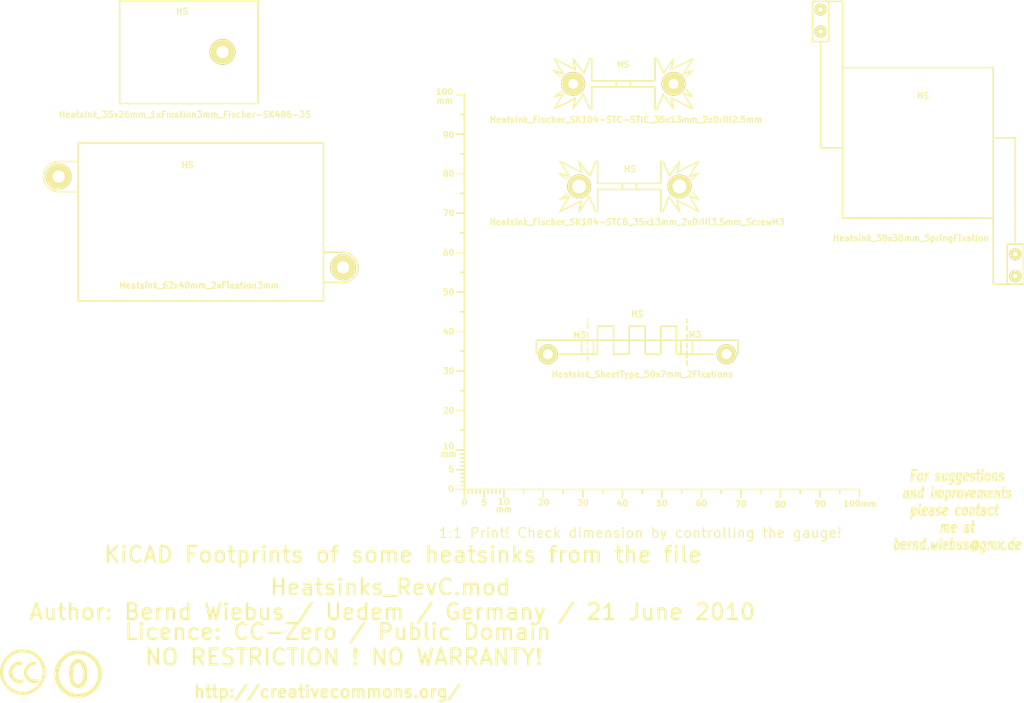
<source format=kicad_pcb>
(kicad_pcb (version 3) (host pcbnew "(2013-03-30 BZR 4007)-stable")

  (general
    (links 0)
    (no_connects 0)
    (area -16.90696 17.020499 274.664501 197.1694)
    (thickness 1.6002)
    (drawings 7)
    (tracks 0)
    (zones 0)
    (modules 9)
    (nets 1)
  )

  (page A4)
  (layers
    (15 Vorderseite signal)
    (0 Rückseite signal)
    (16 B.Adhes user)
    (17 F.Adhes user)
    (18 B.Paste user)
    (19 F.Paste user)
    (20 B.SilkS user)
    (21 F.SilkS user)
    (22 B.Mask user)
    (23 F.Mask user)
    (24 Dwgs.User user)
    (25 Cmts.User user)
    (26 Eco1.User user)
    (27 Eco2.User user)
    (28 Edge.Cuts user)
  )

  (setup
    (last_trace_width 0.2032)
    (trace_clearance 0.254)
    (zone_clearance 0.508)
    (zone_45_only no)
    (trace_min 0.2032)
    (segment_width 0.381)
    (edge_width 0.381)
    (via_size 0.889)
    (via_drill 0.635)
    (via_min_size 0.889)
    (via_min_drill 0.508)
    (uvia_size 0.508)
    (uvia_drill 0.127)
    (uvias_allowed no)
    (uvia_min_size 0.508)
    (uvia_min_drill 0.127)
    (pcb_text_width 0.3048)
    (pcb_text_size 1.524 2.032)
    (mod_edge_width 0.381)
    (mod_text_size 1.524 1.524)
    (mod_text_width 0.3048)
    (pad_size 1.524 1.524)
    (pad_drill 0.8128)
    (pad_to_mask_clearance 0.254)
    (aux_axis_origin 0 0)
    (visible_elements 7FFFFFFF)
    (pcbplotparams
      (layerselection 3178497)
      (usegerberextensions true)
      (excludeedgelayer true)
      (linewidth 60)
      (plotframeref false)
      (viasonmask false)
      (mode 1)
      (useauxorigin false)
      (hpglpennumber 1)
      (hpglpenspeed 20)
      (hpglpendiameter 15)
      (hpglpenoverlay 0)
      (psnegative false)
      (psa4output false)
      (plotreference true)
      (plotvalue true)
      (plotothertext true)
      (plotinvisibletext false)
      (padsonsilk false)
      (subtractmaskfromsilk false)
      (outputformat 1)
      (mirror false)
      (drillshape 1)
      (scaleselection 1)
      (outputdirectory ""))
  )

  (net 0 "")

  (net_class Default "Dies ist die voreingestellte Netzklasse."
    (clearance 0.254)
    (trace_width 0.2032)
    (via_dia 0.889)
    (via_drill 0.635)
    (uvia_dia 0.508)
    (uvia_drill 0.127)
    (add_net "")
  )

  (module Gauge_100mm_Type2_SilkScreenTop_RevA_Date22Jun2010 (layer Vorderseite) (tedit 4D963937) (tstamp 4D88F07A)
    (at 132.75056 141.2494)
    (descr "Gauge, Massstab, 100mm, SilkScreenTop, Type 2,")
    (tags "Gauge, Massstab, 100mm, SilkScreenTop, Type 2,")
    (path Gauge_100mm_Type2_SilkScreenTop_RevA_Date22Jun2010)
    (fp_text reference MSC (at 4.0005 8.99922) (layer F.SilkS) hide
      (effects (font (size 1.524 1.524) (thickness 0.3048)))
    )
    (fp_text value Gauge_100mm_Type2_SilkScreenTop_RevA_Date22Jun2010 (at 45.9994 8.99922) (layer F.SilkS) hide
      (effects (font (size 1.524 1.524) (thickness 0.3048)))
    )
    (fp_text user mm (at 9.99998 5.00126) (layer F.SilkS)
      (effects (font (size 1.524 1.524) (thickness 0.3048)))
    )
    (fp_text user mm (at -4.0005 -8.99922) (layer F.SilkS)
      (effects (font (size 1.524 1.524) (thickness 0.3048)))
    )
    (fp_text user mm (at -5.00126 -98.5012) (layer F.SilkS)
      (effects (font (size 1.524 1.524) (thickness 0.3048)))
    )
    (fp_text user 10 (at 10.00506 3.0988) (layer F.SilkS)
      (effects (font (size 1.50114 1.50114) (thickness 0.29972)))
    )
    (fp_text user 0 (at 0.00508 3.19786) (layer F.SilkS)
      (effects (font (size 1.39954 1.50114) (thickness 0.29972)))
    )
    (fp_text user 5 (at 5.0038 3.29946) (layer F.SilkS)
      (effects (font (size 1.50114 1.50114) (thickness 0.29972)))
    )
    (fp_text user 20 (at 20.1041 3.29946) (layer F.SilkS)
      (effects (font (size 1.50114 1.50114) (thickness 0.29972)))
    )
    (fp_text user 30 (at 30.00502 3.39852) (layer F.SilkS)
      (effects (font (size 1.50114 1.50114) (thickness 0.29972)))
    )
    (fp_text user 40 (at 40.005 3.50012) (layer F.SilkS)
      (effects (font (size 1.50114 1.50114) (thickness 0.29972)))
    )
    (fp_text user 50 (at 50.00498 3.50012) (layer F.SilkS)
      (effects (font (size 1.50114 1.50114) (thickness 0.29972)))
    )
    (fp_text user 60 (at 60.00496 3.50012) (layer F.SilkS)
      (effects (font (size 1.50114 1.50114) (thickness 0.29972)))
    )
    (fp_text user 70 (at 70.00494 3.70078) (layer F.SilkS)
      (effects (font (size 1.50114 1.50114) (thickness 0.29972)))
    )
    (fp_text user 80 (at 80.00492 3.79984) (layer F.SilkS)
      (effects (font (size 1.50114 1.50114) (thickness 0.29972)))
    )
    (fp_text user 90 (at 90.1065 3.60172) (layer F.SilkS)
      (effects (font (size 1.50114 1.50114) (thickness 0.29972)))
    )
    (fp_text user 100mm (at 100.10648 3.60172) (layer F.SilkS)
      (effects (font (size 1.50114 1.50114) (thickness 0.29972)))
    )
    (fp_line (start 0 -8.99922) (end -1.00076 -8.99922) (layer F.SilkS) (width 0.381))
    (fp_line (start 0 -8.001) (end -1.00076 -8.001) (layer F.SilkS) (width 0.381))
    (fp_line (start 0 -7.00024) (end -1.00076 -7.00024) (layer F.SilkS) (width 0.381))
    (fp_line (start 0 -5.99948) (end -1.00076 -5.99948) (layer F.SilkS) (width 0.381))
    (fp_line (start 0 -4.0005) (end -1.00076 -4.0005) (layer F.SilkS) (width 0.381))
    (fp_line (start 0 -2.99974) (end -1.00076 -2.99974) (layer F.SilkS) (width 0.381))
    (fp_line (start 0 -1.99898) (end -1.00076 -1.99898) (layer F.SilkS) (width 0.381))
    (fp_line (start 0 -1.00076) (end -1.00076 -1.00076) (layer F.SilkS) (width 0.381))
    (fp_line (start 0 0) (end -1.99898 0) (layer F.SilkS) (width 0.381))
    (fp_line (start 0 -5.00126) (end -1.99898 -5.00126) (layer F.SilkS) (width 0.381))
    (fp_line (start 0 -9.99998) (end -1.99898 -9.99998) (layer F.SilkS) (width 0.381))
    (fp_line (start 0 -15.00124) (end -1.00076 -15.00124) (layer F.SilkS) (width 0.381))
    (fp_line (start 0 -19.99996) (end -1.99898 -19.99996) (layer F.SilkS) (width 0.381))
    (fp_line (start 0 -25.00122) (end -1.00076 -25.00122) (layer F.SilkS) (width 0.381))
    (fp_line (start 0 -29.99994) (end -1.99898 -29.99994) (layer F.SilkS) (width 0.381))
    (fp_line (start 0 -35.0012) (end -1.00076 -35.0012) (layer F.SilkS) (width 0.381))
    (fp_line (start 0 -39.99992) (end -1.99898 -39.99992) (layer F.SilkS) (width 0.381))
    (fp_line (start 0 -45.00118) (end -1.00076 -45.00118) (layer F.SilkS) (width 0.381))
    (fp_line (start 0 -49.9999) (end -1.99898 -49.9999) (layer F.SilkS) (width 0.381))
    (fp_line (start 0 -55.00116) (end -1.00076 -55.00116) (layer F.SilkS) (width 0.381))
    (fp_line (start 0 -59.99988) (end -1.99898 -59.99988) (layer F.SilkS) (width 0.381))
    (fp_line (start 0 -65.00114) (end -1.00076 -65.00114) (layer F.SilkS) (width 0.381))
    (fp_line (start 0 -69.99986) (end -1.99898 -69.99986) (layer F.SilkS) (width 0.381))
    (fp_line (start 0 -75.00112) (end -1.00076 -75.00112) (layer F.SilkS) (width 0.381))
    (fp_line (start 0 -79.99984) (end -1.99898 -79.99984) (layer F.SilkS) (width 0.381))
    (fp_line (start 0 -85.0011) (end -1.00076 -85.0011) (layer F.SilkS) (width 0.381))
    (fp_line (start 0 -89.99982) (end -1.99898 -89.99982) (layer F.SilkS) (width 0.381))
    (fp_line (start 0 -95.00108) (end -1.00076 -95.00108) (layer F.SilkS) (width 0.381))
    (fp_line (start 0 0) (end 0 -99.9998) (layer F.SilkS) (width 0.381))
    (fp_line (start 0 -99.9998) (end -1.99898 -99.9998) (layer F.SilkS) (width 0.381))
    (fp_text user 100 (at -4.99872 -100.7491) (layer F.SilkS)
      (effects (font (size 1.50114 1.50114) (thickness 0.29972)))
    )
    (fp_text user 90 (at -4.0005 -89.7509) (layer F.SilkS)
      (effects (font (size 1.50114 1.50114) (thickness 0.29972)))
    )
    (fp_text user 80 (at -4.0005 -79.99984) (layer F.SilkS)
      (effects (font (size 1.50114 1.50114) (thickness 0.29972)))
    )
    (fp_text user 70 (at -4.0005 -69.99986) (layer F.SilkS)
      (effects (font (size 1.50114 1.50114) (thickness 0.29972)))
    )
    (fp_text user 60 (at -4.0005 -59.99988) (layer F.SilkS)
      (effects (font (size 1.50114 1.50114) (thickness 0.29972)))
    )
    (fp_text user 50 (at -4.0005 -49.9999) (layer F.SilkS)
      (effects (font (size 1.50114 1.50114) (thickness 0.34036)))
    )
    (fp_text user 40 (at -4.0005 -39.99992) (layer F.SilkS)
      (effects (font (size 1.50114 1.50114) (thickness 0.29972)))
    )
    (fp_text user 30 (at -4.0005 -29.99994) (layer F.SilkS)
      (effects (font (size 1.50114 1.50114) (thickness 0.29972)))
    )
    (fp_text user 20 (at -4.0005 -19.99996) (layer F.SilkS)
      (effects (font (size 1.50114 1.50114) (thickness 0.29972)))
    )
    (fp_line (start 95.00108 0) (end 95.00108 1.00076) (layer F.SilkS) (width 0.381))
    (fp_line (start 89.99982 0) (end 89.99982 1.99898) (layer F.SilkS) (width 0.381))
    (fp_line (start 85.0011 0) (end 85.0011 1.00076) (layer F.SilkS) (width 0.381))
    (fp_line (start 79.99984 0) (end 79.99984 1.99898) (layer F.SilkS) (width 0.381))
    (fp_line (start 75.00112 0) (end 75.00112 1.00076) (layer F.SilkS) (width 0.381))
    (fp_line (start 69.99986 0) (end 69.99986 1.99898) (layer F.SilkS) (width 0.381))
    (fp_line (start 65.00114 0) (end 65.00114 1.00076) (layer F.SilkS) (width 0.381))
    (fp_line (start 59.99988 0) (end 59.99988 1.99898) (layer F.SilkS) (width 0.381))
    (fp_line (start 55.00116 0) (end 55.00116 1.00076) (layer F.SilkS) (width 0.381))
    (fp_line (start 49.9999 0) (end 49.9999 1.99898) (layer F.SilkS) (width 0.381))
    (fp_line (start 45.00118 0) (end 45.00118 1.00076) (layer F.SilkS) (width 0.381))
    (fp_line (start 39.99992 0) (end 39.99992 1.99898) (layer F.SilkS) (width 0.381))
    (fp_line (start 35.0012 0) (end 35.0012 1.00076) (layer F.SilkS) (width 0.381))
    (fp_line (start 29.99994 0) (end 29.99994 1.99898) (layer F.SilkS) (width 0.381))
    (fp_line (start 25.00122 0) (end 25.00122 1.00076) (layer F.SilkS) (width 0.381))
    (fp_line (start 19.99996 0) (end 19.99996 1.99898) (layer F.SilkS) (width 0.381))
    (fp_line (start 15.00124 0) (end 15.00124 1.00076) (layer F.SilkS) (width 0.381))
    (fp_line (start 9.99998 0) (end 99.9998 0) (layer F.SilkS) (width 0.381))
    (fp_line (start 99.9998 0) (end 99.9998 1.99898) (layer F.SilkS) (width 0.381))
    (fp_text user 5 (at -3.302 -5.10286) (layer F.SilkS)
      (effects (font (size 1.50114 1.50114) (thickness 0.29972)))
    )
    (fp_text user 0 (at -3.4036 -0.10414) (layer F.SilkS)
      (effects (font (size 1.50114 1.50114) (thickness 0.29972)))
    )
    (fp_text user 10 (at -4.0005 -11.00074) (layer F.SilkS)
      (effects (font (size 1.50114 1.50114) (thickness 0.29972)))
    )
    (fp_line (start 8.99922 0) (end 8.99922 1.00076) (layer F.SilkS) (width 0.381))
    (fp_line (start 8.001 0) (end 8.001 1.00076) (layer F.SilkS) (width 0.381))
    (fp_line (start 7.00024 0) (end 7.00024 1.00076) (layer F.SilkS) (width 0.381))
    (fp_line (start 5.99948 0) (end 5.99948 1.00076) (layer F.SilkS) (width 0.381))
    (fp_line (start 4.0005 0) (end 4.0005 1.00076) (layer F.SilkS) (width 0.381))
    (fp_line (start 2.99974 0) (end 2.99974 1.00076) (layer F.SilkS) (width 0.381))
    (fp_line (start 1.99898 0) (end 1.99898 1.00076) (layer F.SilkS) (width 0.381))
    (fp_line (start 1.00076 0) (end 1.00076 1.00076) (layer F.SilkS) (width 0.381))
    (fp_line (start 5.00126 0) (end 5.00126 1.99898) (layer F.SilkS) (width 0.381))
    (fp_line (start 0 0) (end 0 1.99898) (layer F.SilkS) (width 0.381))
    (fp_line (start 0 0) (end 9.99998 0) (layer F.SilkS) (width 0.381))
    (fp_line (start 9.99998 0) (end 9.99998 1.99898) (layer F.SilkS) (width 0.381))
  )

  (module Symbol_CC-PublicDomain_SilkScreenTop_Big (layer Vorderseite) (tedit 515D641F) (tstamp 515F0B64)
    (at 35 188)
    (descr "Symbol, CC-PublicDomain, SilkScreen Top, Big,")
    (tags "Symbol, CC-PublicDomain, SilkScreen Top, Big,")
    (path Symbol_CC-Noncommercial_CopperTop_Big)
    (fp_text reference Sym (at 0.59944 -7.29996) (layer F.SilkS) hide
      (effects (font (size 1.524 1.524) (thickness 0.3048)))
    )
    (fp_text value Symbol_CC-PublicDomain_SilkScreenTop_Big (at 0.59944 8.001) (layer F.SilkS) hide
      (effects (font (size 1.524 1.524) (thickness 0.3048)))
    )
    (fp_circle (center 0 0) (end 5.8 -0.05) (layer F.SilkS) (width 0.381))
    (fp_circle (center 0 0) (end 5.5 0) (layer F.SilkS) (width 0.381))
    (fp_circle (center 0.05 0) (end 5.25 0) (layer F.SilkS) (width 0.381))
    (fp_line (start 1.1 -2.5) (end 1.4 -1.9) (layer F.SilkS) (width 0.381))
    (fp_line (start -1.8 1.2) (end -1.6 1.9) (layer F.SilkS) (width 0.381))
    (fp_line (start -1.6 1.9) (end -1.2 2.5) (layer F.SilkS) (width 0.381))
    (fp_line (start 0 -3) (end 0.75 -2.75) (layer F.SilkS) (width 0.381))
    (fp_line (start 0.75 -2.75) (end 1 -2.25) (layer F.SilkS) (width 0.381))
    (fp_line (start 1 -2.25) (end 1.5 -1) (layer F.SilkS) (width 0.381))
    (fp_line (start 1.5 -1) (end 1.5 -0.5) (layer F.SilkS) (width 0.381))
    (fp_line (start 1.5 -0.5) (end 1.5 0.5) (layer F.SilkS) (width 0.381))
    (fp_line (start 1.5 0.5) (end 1.25 1.5) (layer F.SilkS) (width 0.381))
    (fp_line (start 1.25 1.5) (end 0.75 2.5) (layer F.SilkS) (width 0.381))
    (fp_line (start 0.75 2.5) (end 0.25 2.75) (layer F.SilkS) (width 0.381))
    (fp_line (start 0.25 2.75) (end -0.25 2.75) (layer F.SilkS) (width 0.381))
    (fp_line (start -0.25 2.75) (end -0.75 2.5) (layer F.SilkS) (width 0.381))
    (fp_line (start -0.75 2.5) (end -1.25 1.75) (layer F.SilkS) (width 0.381))
    (fp_line (start -1.25 1.75) (end -1.5 0.75) (layer F.SilkS) (width 0.381))
    (fp_line (start -1.5 0.75) (end -1.5 -0.75) (layer F.SilkS) (width 0.381))
    (fp_line (start -1.5 -0.75) (end -1.25 -1.75) (layer F.SilkS) (width 0.381))
    (fp_line (start -1.25 -1.75) (end -1 -2.5) (layer F.SilkS) (width 0.381))
    (fp_line (start -1 -2.5) (end -0.3 -2.9) (layer F.SilkS) (width 0.381))
    (fp_line (start -0.3 -2.9) (end 0.2 -3) (layer F.SilkS) (width 0.381))
    (fp_line (start 0.2 -3) (end 0.8 -3) (layer F.SilkS) (width 0.381))
    (fp_line (start 0.8 -3) (end 1.4 -2.3) (layer F.SilkS) (width 0.381))
    (fp_line (start 1.4 -2.3) (end 1.6 -1.4) (layer F.SilkS) (width 0.381))
    (fp_line (start 1.6 -1.4) (end 1.7 -0.3) (layer F.SilkS) (width 0.381))
    (fp_line (start 1.7 -0.3) (end 1.7 0.9) (layer F.SilkS) (width 0.381))
    (fp_line (start 1.7 0.9) (end 1.4 1.8) (layer F.SilkS) (width 0.381))
    (fp_line (start 1.4 1.8) (end 1 2.7) (layer F.SilkS) (width 0.381))
    (fp_line (start 1 2.7) (end 0.5 3) (layer F.SilkS) (width 0.381))
    (fp_line (start 0.5 3) (end -0.4 3) (layer F.SilkS) (width 0.381))
    (fp_line (start -0.4 3) (end -1.3 2.3) (layer F.SilkS) (width 0.381))
    (fp_line (start -1.3 2.3) (end -1.7 1) (layer F.SilkS) (width 0.381))
    (fp_line (start -1.7 1) (end -1.8 -0.7) (layer F.SilkS) (width 0.381))
    (fp_line (start -1.8 -0.7) (end -1.4 -2.2) (layer F.SilkS) (width 0.381))
    (fp_line (start -1.4 -2.2) (end -1 -2.9) (layer F.SilkS) (width 0.381))
    (fp_line (start -1 -2.9) (end -0.2 -3.3) (layer F.SilkS) (width 0.381))
    (fp_line (start -0.2 -3.3) (end 0.7 -3.2) (layer F.SilkS) (width 0.381))
    (fp_line (start 0.7 -3.2) (end 1.3 -3.1) (layer F.SilkS) (width 0.381))
    (fp_line (start 1.3 -3.1) (end 1.7 -2.4) (layer F.SilkS) (width 0.381))
    (fp_line (start 1.7 -2.4) (end 2 -1.6) (layer F.SilkS) (width 0.381))
    (fp_line (start 2 -1.6) (end 2.1 -0.6) (layer F.SilkS) (width 0.381))
    (fp_line (start 2.1 -0.6) (end 2.1 0.3) (layer F.SilkS) (width 0.381))
    (fp_line (start 2.1 0.3) (end 2.1 1.3) (layer F.SilkS) (width 0.381))
    (fp_line (start 2.1 1.3) (end 1.9 1.8) (layer F.SilkS) (width 0.381))
    (fp_line (start 1.9 1.8) (end 1.5 2.6) (layer F.SilkS) (width 0.381))
    (fp_line (start 1.5 2.6) (end 1.1 3) (layer F.SilkS) (width 0.381))
    (fp_line (start 1.1 3) (end 0.4 3.3) (layer F.SilkS) (width 0.381))
    (fp_line (start 0.4 3.3) (end -0.1 3.4) (layer F.SilkS) (width 0.381))
    (fp_line (start -0.1 3.4) (end -0.8 3.2) (layer F.SilkS) (width 0.381))
    (fp_line (start -0.8 3.2) (end -1.5 2.6) (layer F.SilkS) (width 0.381))
    (fp_line (start -1.5 2.6) (end -1.9 1.7) (layer F.SilkS) (width 0.381))
    (fp_line (start -1.9 1.7) (end -2.1 0.4) (layer F.SilkS) (width 0.381))
    (fp_line (start -2.1 0.4) (end -2.1 -0.6) (layer F.SilkS) (width 0.381))
    (fp_line (start -2.1 -0.6) (end -2 -1.6) (layer F.SilkS) (width 0.381))
    (fp_line (start -2 -1.6) (end -1.7 -2.4) (layer F.SilkS) (width 0.381))
    (fp_line (start -1.7 -2.4) (end -1.2 -3.1) (layer F.SilkS) (width 0.381))
    (fp_line (start -1.2 -3.1) (end -0.4 -3.6) (layer F.SilkS) (width 0.381))
    (fp_line (start -0.4 -3.6) (end 0.4 -3.6) (layer F.SilkS) (width 0.381))
    (fp_line (start 0.4 -3.6) (end 1.1 -3.2) (layer F.SilkS) (width 0.381))
    (fp_line (start 1.1 -3.2) (end 1.1 -2.9) (layer F.SilkS) (width 0.381))
    (fp_line (start 1.1 -2.9) (end 1.8 -1.5) (layer F.SilkS) (width 0.381))
    (fp_line (start 1.8 -1.5) (end 1.8 -0.4) (layer F.SilkS) (width 0.381))
    (fp_line (start 1.8 -0.4) (end 1.8 1.1) (layer F.SilkS) (width 0.381))
    (fp_line (start 1.8 1.1) (end 1.2 2.6) (layer F.SilkS) (width 0.381))
    (fp_line (start 1.2 2.6) (end 0.2 3.2) (layer F.SilkS) (width 0.381))
    (fp_line (start 0.2 3.2) (end -0.5 3.2) (layer F.SilkS) (width 0.381))
    (fp_line (start -0.5 3.2) (end -1.1 2.7) (layer F.SilkS) (width 0.381))
    (fp_line (start -1.1 2.7) (end -1.9 0.6) (layer F.SilkS) (width 0.381))
    (fp_line (start -1.9 0.6) (end -1.7 -1.9) (layer F.SilkS) (width 0.381))
  )

  (module Symbol_CreativeCommons_SilkScreenTop_Type2_Big (layer Vorderseite) (tedit 515D640C) (tstamp 515F46B2)
    (at 21 187.5)
    (descr "Symbol, Creative Commons, SilkScreen Top, Type 2, Big,")
    (tags "Symbol, Creative Commons, SilkScreen Top, Type 2, Big,")
    (path Symbol_CreativeCommons_CopperTop_Type2_Big)
    (fp_text reference Sym (at 0.59944 -7.29996) (layer F.SilkS) hide
      (effects (font (size 1.524 1.524) (thickness 0.3048)))
    )
    (fp_text value Symbol_CreativeCommons_Typ2_SilkScreenTop_Big (at 0.59944 8.001) (layer F.SilkS) hide
      (effects (font (size 1.524 1.524) (thickness 0.3048)))
    )
    (fp_line (start -0.70104 2.70002) (end -0.29972 2.60096) (layer F.SilkS) (width 0.381))
    (fp_line (start -0.29972 2.60096) (end -0.20066 2.10058) (layer F.SilkS) (width 0.381))
    (fp_line (start -2.49936 -1.69926) (end -2.70002 -1.6002) (layer F.SilkS) (width 0.381))
    (fp_line (start -2.70002 -1.6002) (end -3.0988 -1.00076) (layer F.SilkS) (width 0.381))
    (fp_line (start -3.0988 -1.00076) (end -3.29946 -0.50038) (layer F.SilkS) (width 0.381))
    (fp_line (start -3.29946 -0.50038) (end -3.40106 0.39878) (layer F.SilkS) (width 0.381))
    (fp_line (start -3.40106 0.39878) (end -3.29946 0.89916) (layer F.SilkS) (width 0.381))
    (fp_line (start -0.19812 2.4003) (end -0.29718 2.59842) (layer F.SilkS) (width 0.381))
    (fp_line (start 3.70078 2.10058) (end 3.79984 2.4003) (layer F.SilkS) (width 0.381))
    (fp_line (start 2.99974 -2.4003) (end 3.29946 -2.30124) (layer F.SilkS) (width 0.381))
    (fp_line (start 3.29946 -2.30124) (end 3.0988 -1.99898) (layer F.SilkS) (width 0.381))
    (fp_line (start 0 -5.40004) (end -0.50038 -5.40004) (layer F.SilkS) (width 0.381))
    (fp_line (start -0.50038 -5.40004) (end -1.30048 -5.10032) (layer F.SilkS) (width 0.381))
    (fp_line (start -1.30048 -5.10032) (end -1.99898 -4.89966) (layer F.SilkS) (width 0.381))
    (fp_line (start -1.99898 -4.89966) (end -2.70002 -4.699) (layer F.SilkS) (width 0.381))
    (fp_line (start -2.70002 -4.699) (end -3.29946 -4.20116) (layer F.SilkS) (width 0.381))
    (fp_line (start -3.29946 -4.20116) (end -4.0005 -3.59918) (layer F.SilkS) (width 0.381))
    (fp_line (start -4.0005 -3.59918) (end -4.50088 -2.99974) (layer F.SilkS) (width 0.381))
    (fp_line (start -4.50088 -2.99974) (end -5.00126 -2.10058) (layer F.SilkS) (width 0.381))
    (fp_line (start -5.00126 -2.10058) (end -5.30098 -1.09982) (layer F.SilkS) (width 0.381))
    (fp_line (start -5.30098 -1.09982) (end -5.40004 0.09906) (layer F.SilkS) (width 0.381))
    (fp_line (start -5.40004 0.09906) (end -5.19938 1.30048) (layer F.SilkS) (width 0.381))
    (fp_line (start -5.19938 1.30048) (end -4.8006 2.4003) (layer F.SilkS) (width 0.381))
    (fp_line (start -4.8006 2.4003) (end -3.79984 3.8989) (layer F.SilkS) (width 0.381))
    (fp_line (start -3.79984 3.8989) (end -2.60096 4.8006) (layer F.SilkS) (width 0.381))
    (fp_line (start -2.60096 4.8006) (end -1.30048 5.30098) (layer F.SilkS) (width 0.381))
    (fp_line (start -1.30048 5.30098) (end 0.09906 5.30098) (layer F.SilkS) (width 0.381))
    (fp_line (start 0.09906 5.30098) (end 1.6002 5.19938) (layer F.SilkS) (width 0.381))
    (fp_line (start 1.6002 5.19938) (end 2.60096 4.699) (layer F.SilkS) (width 0.381))
    (fp_line (start 2.60096 4.699) (end 4.20116 3.40106) (layer F.SilkS) (width 0.381))
    (fp_line (start 4.20116 3.40106) (end 5.00126 1.80086) (layer F.SilkS) (width 0.381))
    (fp_line (start 5.00126 1.80086) (end 5.40004 0.29972) (layer F.SilkS) (width 0.381))
    (fp_line (start 5.40004 0.29972) (end 5.19938 -1.39954) (layer F.SilkS) (width 0.381))
    (fp_line (start 5.19938 -1.39954) (end 4.699 -2.49936) (layer F.SilkS) (width 0.381))
    (fp_line (start 4.699 -2.49936) (end 3.40106 -4.09956) (layer F.SilkS) (width 0.381))
    (fp_line (start 3.40106 -4.09956) (end 2.4003 -4.8006) (layer F.SilkS) (width 0.381))
    (fp_line (start 2.4003 -4.8006) (end 1.39954 -5.19938) (layer F.SilkS) (width 0.381))
    (fp_line (start 1.39954 -5.19938) (end 0 -5.30098) (layer F.SilkS) (width 0.381))
    (fp_line (start 0.60198 -0.70104) (end 0.50292 -0.20066) (layer F.SilkS) (width 0.381))
    (fp_line (start 0.50292 -0.20066) (end 0.50292 0.49784) (layer F.SilkS) (width 0.381))
    (fp_line (start 0.50292 0.49784) (end 0.60198 1.09982) (layer F.SilkS) (width 0.381))
    (fp_line (start 0.60198 1.09982) (end 1.00076 1.69926) (layer F.SilkS) (width 0.381))
    (fp_line (start 1.00076 1.69926) (end 1.50114 2.19964) (layer F.SilkS) (width 0.381))
    (fp_line (start 1.50114 2.19964) (end 2.10058 2.49936) (layer F.SilkS) (width 0.381))
    (fp_line (start 2.10058 2.49936) (end 2.60096 2.59842) (layer F.SilkS) (width 0.381))
    (fp_line (start 2.60096 2.59842) (end 3.00228 2.59842) (layer F.SilkS) (width 0.381))
    (fp_line (start 3.00228 2.59842) (end 3.40106 2.59842) (layer F.SilkS) (width 0.381))
    (fp_line (start 3.40106 2.59842) (end 3.80238 2.49936) (layer F.SilkS) (width 0.381))
    (fp_line (start 3.80238 2.49936) (end 3.70078 2.2987) (layer F.SilkS) (width 0.381))
    (fp_line (start 3.70078 2.2987) (end 2.80162 2.4003) (layer F.SilkS) (width 0.381))
    (fp_line (start 2.80162 2.4003) (end 1.80086 2.09804) (layer F.SilkS) (width 0.381))
    (fp_line (start 1.80086 2.09804) (end 1.20142 1.6002) (layer F.SilkS) (width 0.381))
    (fp_line (start 1.20142 1.6002) (end 0.80264 0.6985) (layer F.SilkS) (width 0.381))
    (fp_line (start 0.80264 0.6985) (end 0.70104 -0.29972) (layer F.SilkS) (width 0.381))
    (fp_line (start 0.70104 -0.29972) (end 1.00076 -1.00076) (layer F.SilkS) (width 0.381))
    (fp_line (start 1.00076 -1.00076) (end 1.60274 -1.7018) (layer F.SilkS) (width 0.381))
    (fp_line (start 1.60274 -1.7018) (end 2.30124 -2.10058) (layer F.SilkS) (width 0.381))
    (fp_line (start 2.30124 -2.10058) (end 3.00228 -2.10058) (layer F.SilkS) (width 0.381))
    (fp_line (start 3.00228 -2.10058) (end 3.10134 -1.89992) (layer F.SilkS) (width 0.381))
    (fp_line (start 3.10134 -1.89992) (end 2.5019 -1.89992) (layer F.SilkS) (width 0.381))
    (fp_line (start 2.5019 -1.89992) (end 1.80086 -1.6002) (layer F.SilkS) (width 0.381))
    (fp_line (start 1.80086 -1.6002) (end 1.30048 -1.00076) (layer F.SilkS) (width 0.381))
    (fp_line (start 1.30048 -1.00076) (end 1.00076 -0.40132) (layer F.SilkS) (width 0.381))
    (fp_line (start 1.00076 -0.40132) (end 1.00076 0.09906) (layer F.SilkS) (width 0.381))
    (fp_line (start 1.00076 0.09906) (end 1.00076 0.6985) (layer F.SilkS) (width 0.381))
    (fp_line (start 1.00076 0.6985) (end 1.30048 1.19888) (layer F.SilkS) (width 0.381))
    (fp_line (start 1.30048 1.19888) (end 1.7018 1.69926) (layer F.SilkS) (width 0.381))
    (fp_line (start 1.7018 1.69926) (end 2.30124 1.99898) (layer F.SilkS) (width 0.381))
    (fp_line (start 2.30124 1.99898) (end 2.90068 2.09804) (layer F.SilkS) (width 0.381))
    (fp_line (start 2.90068 2.09804) (end 3.40106 2.09804) (layer F.SilkS) (width 0.381))
    (fp_line (start 3.40106 2.09804) (end 3.70078 1.99898) (layer F.SilkS) (width 0.381))
    (fp_line (start 3.00228 -2.4003) (end 2.40284 -2.4003) (layer F.SilkS) (width 0.381))
    (fp_line (start 2.40284 -2.4003) (end 2.00152 -2.20218) (layer F.SilkS) (width 0.381))
    (fp_line (start 2.00152 -2.20218) (end 1.50114 -2.00152) (layer F.SilkS) (width 0.381))
    (fp_line (start 1.50114 -2.00152) (end 1.10236 -1.6002) (layer F.SilkS) (width 0.381))
    (fp_line (start 1.10236 -1.6002) (end 0.80264 -1.09982) (layer F.SilkS) (width 0.381))
    (fp_line (start 0.80264 -1.09982) (end 0.60198 -0.70104) (layer F.SilkS) (width 0.381))
    (fp_line (start -0.39878 -1.99898) (end -0.89916 -1.99898) (layer F.SilkS) (width 0.381))
    (fp_line (start -0.89916 -1.99898) (end -1.39954 -1.89738) (layer F.SilkS) (width 0.381))
    (fp_line (start -1.39954 -1.89738) (end -1.89992 -1.59766) (layer F.SilkS) (width 0.381))
    (fp_line (start -1.89992 -1.59766) (end -2.4003 -1.19888) (layer F.SilkS) (width 0.381))
    (fp_line (start -2.4003 -1.30048) (end -2.70002 -0.8001) (layer F.SilkS) (width 0.381))
    (fp_line (start -2.70002 -0.8001) (end -2.79908 -0.29972) (layer F.SilkS) (width 0.381))
    (fp_line (start -2.79908 -0.29972) (end -2.79908 0.20066) (layer F.SilkS) (width 0.381))
    (fp_line (start -2.79908 0.20066) (end -2.59842 1.00076) (layer F.SilkS) (width 0.381))
    (fp_line (start -2.69748 1.00076) (end -2.39776 1.39954) (layer F.SilkS) (width 0.381))
    (fp_line (start -2.29616 1.4986) (end -1.79578 1.89992) (layer F.SilkS) (width 0.381))
    (fp_line (start -1.79578 1.89992) (end -1.29794 2.09804) (layer F.SilkS) (width 0.381))
    (fp_line (start -1.29794 2.09804) (end -0.89662 2.19964) (layer F.SilkS) (width 0.381))
    (fp_line (start -0.89662 2.19964) (end -0.49784 2.19964) (layer F.SilkS) (width 0.381))
    (fp_line (start -0.49784 2.19964) (end -0.19812 2.09804) (layer F.SilkS) (width 0.381))
    (fp_line (start -0.19812 2.09804) (end -0.29718 2.4003) (layer F.SilkS) (width 0.381))
    (fp_line (start -0.29718 2.4003) (end -0.89662 2.49936) (layer F.SilkS) (width 0.381))
    (fp_line (start -0.89662 2.49936) (end -1.59766 2.2987) (layer F.SilkS) (width 0.381))
    (fp_line (start -1.59766 2.2987) (end -2.29616 1.79832) (layer F.SilkS) (width 0.381))
    (fp_line (start -2.29616 1.79832) (end -2.79654 1.29794) (layer F.SilkS) (width 0.381))
    (fp_line (start -2.79908 1.39954) (end -2.99974 0.70104) (layer F.SilkS) (width 0.381))
    (fp_line (start -2.99974 0.70104) (end -3.0988 0) (layer F.SilkS) (width 0.381))
    (fp_line (start -3.0988 0) (end -2.99974 -0.59944) (layer F.SilkS) (width 0.381))
    (fp_line (start -2.99974 -0.8001) (end -2.70002 -1.30048) (layer F.SilkS) (width 0.381))
    (fp_line (start -2.70002 -1.09982) (end -2.19964 -1.6002) (layer F.SilkS) (width 0.381))
    (fp_line (start -2.19964 -1.69926) (end -1.69926 -1.99898) (layer F.SilkS) (width 0.381))
    (fp_line (start -1.69926 -1.99898) (end -1.19888 -2.19964) (layer F.SilkS) (width 0.381))
    (fp_line (start -1.19888 -2.19964) (end -0.6985 -2.19964) (layer F.SilkS) (width 0.381))
    (fp_line (start -0.6985 -2.19964) (end -0.29972 -2.19964) (layer F.SilkS) (width 0.381))
    (fp_line (start -0.29972 -2.19964) (end -0.20066 -2.39776) (layer F.SilkS) (width 0.381))
    (fp_line (start -0.20066 -2.39776) (end -0.59944 -2.49936) (layer F.SilkS) (width 0.381))
    (fp_line (start -0.59944 -2.49936) (end -1.00076 -2.49936) (layer F.SilkS) (width 0.381))
    (fp_line (start -1.00076 -2.49936) (end -1.4986 -2.39776) (layer F.SilkS) (width 0.381))
    (fp_line (start -1.4986 -2.39776) (end -2.10058 -2.09804) (layer F.SilkS) (width 0.381))
    (fp_line (start -2.10058 -2.09804) (end -2.59842 -1.69926) (layer F.SilkS) (width 0.381))
    (fp_line (start -2.59842 -1.6002) (end -3.0988 -0.89916) (layer F.SilkS) (width 0.381))
    (fp_line (start -3.0988 -0.89916) (end -3.29946 -0.29972) (layer F.SilkS) (width 0.381))
    (fp_line (start -3.29946 -0.29972) (end -3.29946 0.40132) (layer F.SilkS) (width 0.381))
    (fp_line (start -3.29946 0.40132) (end -3.2004 1.00076) (layer F.SilkS) (width 0.381))
    (fp_line (start -3.29946 0.8001) (end -2.99974 1.39954) (layer F.SilkS) (width 0.381))
    (fp_line (start -2.89814 1.4986) (end -2.49682 1.99898) (layer F.SilkS) (width 0.381))
    (fp_line (start -2.49682 1.99898) (end -1.89738 2.4003) (layer F.SilkS) (width 0.381))
    (fp_line (start -1.89738 2.4003) (end -1.19634 2.59842) (layer F.SilkS) (width 0.381))
    (fp_line (start -1.19634 2.59842) (end -0.69596 2.70002) (layer F.SilkS) (width 0.381))
    (fp_line (start -2.9972 1.19888) (end -2.59842 1.19888) (layer F.SilkS) (width 0.381))
    (fp_circle (center 0 0) (end 5.08 1.016) (layer F.SilkS) (width 0.381))
    (fp_circle (center 0 0) (end 5.588 0) (layer F.SilkS) (width 0.381))
  )

  (module Heatsink_35x26mm_1xFixation3mm_Fischer-SK486-35 (layer Vorderseite) (tedit 51AE4189) (tstamp 51AE4141)
    (at 45.5 43.5)
    (descr "Heatsink, 35mm x 26mm, 1x Fixation 3mm, Fischer SK486-35")
    (tags "Heatsink, 35mm x 26mm, 1x Fixation 3mm, Kuehlkoerper, Fischer SK486-35, Strangkuehlkoerper")
    (fp_text reference HS (at 15.875 -23.368) (layer F.SilkS)
      (effects (font (size 1.524 1.524) (thickness 0.3048)))
    )
    (fp_text value Heatsink_35x26mm_1xFixation3mm_Fischer-SK486-35 (at 16.51 2.794) (layer F.SilkS)
      (effects (font (size 1.524 1.524) (thickness 0.3048)))
    )
    (fp_line (start 0 0) (end 35.052 0) (layer F.SilkS) (width 0.381))
    (fp_line (start 35.052 0) (end 35.052 -26.035) (layer F.SilkS) (width 0.381))
    (fp_line (start 35.052 -26.035) (end 0 -26.035) (layer F.SilkS) (width 0.381))
    (fp_line (start 0 -26.035) (end 0 0) (layer F.SilkS) (width 0.381))
    (pad 1 thru_hole circle (at 26.035 -13.081) (size 6.49732 6.49732) (drill 3.0988)
      (layers *.Cu *.Mask F.SilkS)
    )
  )

  (module Heatsink_62x40mm_2xFixation3mm (layer Vorderseite) (tedit 4BB0611E) (tstamp 51AE428E)
    (at 35 93.5)
    (descr "Heatsink, 62 x 40mm, 2x 3mm Drills,")
    (tags "Heatsink, 62 x 40mm, 2x 3mm Drills,")
    (fp_text reference HS (at 27.686 -34.417) (layer F.SilkS)
      (effects (font (size 1.524 1.524) (thickness 0.3048)))
    )
    (fp_text value Heatsink_62x40mm_2xFixation3mm (at 30.607 -3.937) (layer F.SilkS)
      (effects (font (size 1.524 1.524) (thickness 0.3048)))
    )
    (fp_line (start 67.056 -12.319) (end 67.564 -12.319) (layer F.SilkS) (width 0.381))
    (fp_line (start 67.564 -12.319) (end 68.072 -12.192) (layer F.SilkS) (width 0.381))
    (fp_line (start 68.072 -12.192) (end 68.961 -11.811) (layer F.SilkS) (width 0.381))
    (fp_line (start 68.961 -11.811) (end 69.342 -11.557) (layer F.SilkS) (width 0.381))
    (fp_line (start 69.342 -11.557) (end 70.104 -10.795) (layer F.SilkS) (width 0.381))
    (fp_line (start 70.104 -10.795) (end 70.485 -10.16) (layer F.SilkS) (width 0.381))
    (fp_line (start 70.485 -10.16) (end 70.612 -9.906) (layer F.SilkS) (width 0.381))
    (fp_line (start 70.612 -9.906) (end 70.739 -9.398) (layer F.SilkS) (width 0.381))
    (fp_line (start 70.739 -9.398) (end 70.866 -8.763) (layer F.SilkS) (width 0.381))
    (fp_line (start 70.866 -8.763) (end 70.866 -8.128) (layer F.SilkS) (width 0.381))
    (fp_line (start 70.866 -8.128) (end 70.612 -7.112) (layer F.SilkS) (width 0.381))
    (fp_line (start 70.612 -7.112) (end 70.485 -6.858) (layer F.SilkS) (width 0.381))
    (fp_line (start 70.485 -6.858) (end 70.358 -6.604) (layer F.SilkS) (width 0.381))
    (fp_line (start 70.358 -6.604) (end 70.104 -6.223) (layer F.SilkS) (width 0.381))
    (fp_line (start 70.104 -6.223) (end 69.469 -5.588) (layer F.SilkS) (width 0.381))
    (fp_line (start 69.469 -5.588) (end 68.961 -5.207) (layer F.SilkS) (width 0.381))
    (fp_line (start 68.961 -5.207) (end 68.453 -4.953) (layer F.SilkS) (width 0.381))
    (fp_line (start 68.453 -4.953) (end 67.945 -4.826) (layer F.SilkS) (width 0.381))
    (fp_line (start 67.945 -4.826) (end 67.437 -4.699) (layer F.SilkS) (width 0.381))
    (fp_line (start 67.437 -4.699) (end 67.056 -4.699) (layer F.SilkS) (width 0.381))
    (fp_line (start 67.056 -12.319) (end 62.103 -12.319) (layer F.SilkS) (width 0.381))
    (fp_line (start 67.056 -4.699) (end 62.103 -4.699) (layer F.SilkS) (width 0.381))
    (fp_line (start -4.953 -35.306) (end -5.969 -35.179) (layer F.SilkS) (width 0.381))
    (fp_line (start -5.969 -35.179) (end -6.858 -34.798) (layer F.SilkS) (width 0.381))
    (fp_line (start -6.858 -34.798) (end -7.366 -34.417) (layer F.SilkS) (width 0.381))
    (fp_line (start -7.366 -34.417) (end -7.874 -33.909) (layer F.SilkS) (width 0.381))
    (fp_line (start -7.874 -33.909) (end -8.255 -33.401) (layer F.SilkS) (width 0.381))
    (fp_line (start -8.255 -33.401) (end -8.509 -32.893) (layer F.SilkS) (width 0.381))
    (fp_line (start -8.509 -32.893) (end -8.636 -32.512) (layer F.SilkS) (width 0.381))
    (fp_line (start -8.636 -32.512) (end -8.763 -31.75) (layer F.SilkS) (width 0.381))
    (fp_line (start -8.763 -31.75) (end -8.763 -31.242) (layer F.SilkS) (width 0.381))
    (fp_line (start -8.763 -31.242) (end -8.636 -30.607) (layer F.SilkS) (width 0.381))
    (fp_line (start -8.636 -30.607) (end -8.382 -29.845) (layer F.SilkS) (width 0.381))
    (fp_line (start -8.382 -29.845) (end -8.001 -29.21) (layer F.SilkS) (width 0.381))
    (fp_line (start -8.001 -29.21) (end -7.493 -28.702) (layer F.SilkS) (width 0.381))
    (fp_line (start -7.493 -28.702) (end -6.858 -28.194) (layer F.SilkS) (width 0.381))
    (fp_line (start -6.858 -28.194) (end -5.969 -27.813) (layer F.SilkS) (width 0.381))
    (fp_line (start -5.969 -27.813) (end -4.953 -27.686) (layer F.SilkS) (width 0.381))
    (fp_line (start 0 -27.686) (end -4.953 -27.686) (layer F.SilkS) (width 0.381))
    (fp_line (start -4.953 -35.306) (end 0 -35.306) (layer F.SilkS) (width 0.381))
    (fp_line (start 0 0) (end 62.103 0) (layer F.SilkS) (width 0.381))
    (fp_line (start 62.103 0) (end 62.103 -40.005) (layer F.SilkS) (width 0.381))
    (fp_line (start 62.103 -40.005) (end 0 -40.005) (layer F.SilkS) (width 0.381))
    (fp_line (start 0 -40.005) (end 0 0) (layer F.SilkS) (width 0.381))
    (pad 1 thru_hole circle (at 67.056 -8.509) (size 6.49732 6.49732) (drill 3.0988)
      (layers *.Cu *.Mask F.SilkS)
    )
    (pad 1 thru_hole circle (at -4.953 -31.496) (size 6.49732 6.49732) (drill 3.0988)
      (layers *.Cu *.Mask F.SilkS)
    )
  )

  (module Heatsink_Fischer_SK104-STC-STIC_35x13mm_2xDrill2.5mm (layer Vorderseite) (tedit 51AE416F) (tstamp 51AE5128)
    (at 173 38.5)
    (descr "Heatsink, 35mm x 13mm, 2x Fixation 2,5mm Drill, Soldering, Fischer SK104-STC-STIC,")
    (tags "Heatsink, 35mm x 13mm, 2x Fixation 2,5mm Drill, Soldering, Fischer SK104-STC-STIC, Kuehlkoerper,  Strangkuehlkoerper, Loetbefestigung, for TO-220")
    (fp_text reference HS (at -0.025 -4.875) (layer F.SilkS)
      (effects (font (size 1.524 1.524) (thickness 0.3048)))
    )
    (fp_text value Heatsink_Fischer_SK104-STC-STIC_35x13mm_2xDrill2.5mm (at 0.65 9.075) (layer F.SilkS)
      (effects (font (size 1.524 1.524) (thickness 0.3048)))
    )
    (fp_line (start -1.778 -0.762) (end -1.778 0.762) (layer F.SilkS) (width 0.381))
    (fp_line (start 1.778 -0.762) (end 1.778 0.762) (layer F.SilkS) (width 0.381))
    (fp_line (start -8.509 6.35) (end -8.001 6.35) (layer F.SilkS) (width 0.381))
    (fp_line (start 17.526 -6.35) (end 12.065 -3.556) (layer F.SilkS) (width 0.381))
    (fp_line (start 12.065 -3.556) (end 12.7 -6.35) (layer F.SilkS) (width 0.381))
    (fp_line (start -10.033 -2.667) (end -12.7 -6.35) (layer F.SilkS) (width 0.381))
    (fp_line (start -12.7 -6.35) (end -12.192 -3.556) (layer F.SilkS) (width 0.381))
    (fp_line (start -12.192 -3.556) (end -17.526 -6.35) (layer F.SilkS) (width 0.381))
    (fp_line (start -10.16 2.667) (end -12.7 6.35) (layer F.SilkS) (width 0.381))
    (fp_line (start -12.7 6.35) (end -12.192 3.683) (layer F.SilkS) (width 0.381))
    (fp_line (start -12.192 3.683) (end -17.526 6.35) (layer F.SilkS) (width 0.381))
    (fp_line (start -15.24 2.54) (end -17.526 6.35) (layer F.SilkS) (width 0.381))
    (fp_line (start -15.24 -2.54) (end -17.526 -6.35) (layer F.SilkS) (width 0.381))
    (fp_line (start 8.001 -6.35) (end 8.382 -6.35) (layer F.SilkS) (width 0.381))
    (fp_line (start 8.001 6.35) (end 8.509 6.35) (layer F.SilkS) (width 0.381))
    (fp_line (start 10.033 2.667) (end 12.7 6.35) (layer F.SilkS) (width 0.381))
    (fp_line (start 12.7 6.35) (end 12.065 3.556) (layer F.SilkS) (width 0.381))
    (fp_line (start 12.065 3.556) (end 17.526 6.35) (layer F.SilkS) (width 0.381))
    (fp_line (start 15.24 2.413) (end 17.526 3.302) (layer F.SilkS) (width 0.381))
    (fp_line (start 17.526 3.302) (end 16.002 1.524) (layer F.SilkS) (width 0.381))
    (fp_line (start 17.526 6.35) (end 15.24 2.413) (layer F.SilkS) (width 0.381))
    (fp_line (start 15.24 -2.54) (end 17.399 -3.302) (layer F.SilkS) (width 0.381))
    (fp_line (start 17.399 -3.302) (end 15.875 -1.778) (layer F.SilkS) (width 0.381))
    (fp_line (start 17.526 -6.35) (end 15.24 -2.54) (layer F.SilkS) (width 0.381))
    (fp_line (start 10.16 -2.667) (end 12.7 -6.35) (layer F.SilkS) (width 0.381))
    (fp_line (start 8.509 6.35) (end 10.033 2.667) (layer F.SilkS) (width 0.381))
    (fp_line (start 8.509 -6.35) (end 10.16 -2.667) (layer F.SilkS) (width 0.381))
    (fp_line (start -8.509 6.35) (end -10.16 2.54) (layer F.SilkS) (width 0.381))
    (fp_line (start -8.001 -6.35) (end -8.509 -6.35) (layer F.SilkS) (width 0.381))
    (fp_line (start -8.509 -6.35) (end -10.033 -2.667) (layer F.SilkS) (width 0.381))
    (fp_line (start -17.526 3.302) (end -15.748 1.905) (layer F.SilkS) (width 0.381))
    (fp_line (start -17.653 -3.302) (end -15.875 -1.778) (layer F.SilkS) (width 0.381))
    (fp_line (start -17.526 3.302) (end -15.24 2.54) (layer F.SilkS) (width 0.381))
    (fp_line (start -17.526 -3.302) (end -15.24 -2.54) (layer F.SilkS) (width 0.381))
    (fp_line (start 0 0.762) (end -8.001 0.762) (layer F.SilkS) (width 0.381))
    (fp_line (start -8.001 0.762) (end -8.001 6.35) (layer F.SilkS) (width 0.381))
    (fp_line (start 0 0.762) (end 8.001 0.762) (layer F.SilkS) (width 0.381))
    (fp_line (start 8.001 0.762) (end 8.001 6.35) (layer F.SilkS) (width 0.381))
    (fp_line (start 0 -0.762) (end -8.001 -0.762) (layer F.SilkS) (width 0.381))
    (fp_line (start -8.001 -0.762) (end -8.001 -6.35) (layer F.SilkS) (width 0.381))
    (fp_line (start 0 -0.762) (end 8.001 -0.762) (layer F.SilkS) (width 0.381))
    (fp_line (start 8.001 -0.762) (end 8.001 -6.35) (layer F.SilkS) (width 0.381))
    (pad 1 thru_hole circle (at 12.7 0) (size 5.99948 5.99948) (drill 2.49936)
      (layers *.Cu *.Mask F.SilkS)
    )
    (pad 1 thru_hole circle (at -12.7 0) (size 5.99948 5.99948) (drill 2.49936)
      (layers *.Cu *.Mask F.SilkS)
    )
  )

  (module Heatsink_Fischer_SK104-STCB_35x13mm__2xDrill3.5mm_ScrewM3 (layer Vorderseite) (tedit 51AE4175) (tstamp 51AE52BF)
    (at 174.5 64.5)
    (descr "Heatsink, 35mm x 13mm, 2x Fixation Screw M3, Fischer SK104-STCB,")
    (tags "Heatsink, 35mm x 13mm, 2x Fixation Screw M3, Fischer SK104-STCB, Kuehlkoerper,  Strangkuehlkoerper, Schraubbefestigung, Screwed, for TO-220")
    (fp_text reference HS (at 0.15 -4.4) (layer F.SilkS)
      (effects (font (size 1.524 1.524) (thickness 0.3048)))
    )
    (fp_text value Heatsink_Fischer_SK104-STCB_35x13mm_2xDrill3.5mm_ScrewM3 (at 1.975 9) (layer F.SilkS)
      (effects (font (size 1.524 1.524) (thickness 0.3048)))
    )
    (fp_line (start -1.778 -0.762) (end -1.778 0.762) (layer F.SilkS) (width 0.381))
    (fp_line (start 1.778 -0.762) (end 1.778 0.762) (layer F.SilkS) (width 0.381))
    (fp_line (start -8.509 6.35) (end -8.001 6.35) (layer F.SilkS) (width 0.381))
    (fp_line (start 17.526 -6.35) (end 12.065 -3.556) (layer F.SilkS) (width 0.381))
    (fp_line (start 12.065 -3.556) (end 12.7 -6.35) (layer F.SilkS) (width 0.381))
    (fp_line (start -10.033 -2.667) (end -12.7 -6.35) (layer F.SilkS) (width 0.381))
    (fp_line (start -12.7 -6.35) (end -12.192 -3.556) (layer F.SilkS) (width 0.381))
    (fp_line (start -12.192 -3.556) (end -17.526 -6.35) (layer F.SilkS) (width 0.381))
    (fp_line (start -10.16 2.667) (end -12.7 6.35) (layer F.SilkS) (width 0.381))
    (fp_line (start -12.7 6.35) (end -12.192 3.683) (layer F.SilkS) (width 0.381))
    (fp_line (start -12.192 3.683) (end -17.526 6.35) (layer F.SilkS) (width 0.381))
    (fp_line (start -15.24 2.54) (end -17.526 6.35) (layer F.SilkS) (width 0.381))
    (fp_line (start -15.24 -2.54) (end -17.526 -6.35) (layer F.SilkS) (width 0.381))
    (fp_line (start 8.001 -6.35) (end 8.382 -6.35) (layer F.SilkS) (width 0.381))
    (fp_line (start 8.001 6.35) (end 8.509 6.35) (layer F.SilkS) (width 0.381))
    (fp_line (start 10.033 2.667) (end 12.7 6.35) (layer F.SilkS) (width 0.381))
    (fp_line (start 12.7 6.35) (end 12.065 3.556) (layer F.SilkS) (width 0.381))
    (fp_line (start 12.065 3.556) (end 17.526 6.35) (layer F.SilkS) (width 0.381))
    (fp_line (start 15.24 2.413) (end 17.526 3.302) (layer F.SilkS) (width 0.381))
    (fp_line (start 17.526 3.302) (end 16.002 1.524) (layer F.SilkS) (width 0.381))
    (fp_line (start 17.526 6.35) (end 15.24 2.413) (layer F.SilkS) (width 0.381))
    (fp_line (start 15.24 -2.54) (end 17.399 -3.302) (layer F.SilkS) (width 0.381))
    (fp_line (start 17.399 -3.302) (end 15.875 -1.778) (layer F.SilkS) (width 0.381))
    (fp_line (start 17.526 -6.35) (end 15.24 -2.54) (layer F.SilkS) (width 0.381))
    (fp_line (start 10.16 -2.667) (end 12.7 -6.35) (layer F.SilkS) (width 0.381))
    (fp_line (start 8.509 6.35) (end 10.033 2.667) (layer F.SilkS) (width 0.381))
    (fp_line (start 8.509 -6.35) (end 10.16 -2.667) (layer F.SilkS) (width 0.381))
    (fp_line (start -8.509 6.35) (end -10.16 2.54) (layer F.SilkS) (width 0.381))
    (fp_line (start -8.001 -6.35) (end -8.509 -6.35) (layer F.SilkS) (width 0.381))
    (fp_line (start -8.509 -6.35) (end -10.033 -2.667) (layer F.SilkS) (width 0.381))
    (fp_line (start -17.526 3.302) (end -15.748 1.905) (layer F.SilkS) (width 0.381))
    (fp_line (start -17.653 -3.302) (end -15.875 -1.778) (layer F.SilkS) (width 0.381))
    (fp_line (start -17.526 3.302) (end -15.24 2.54) (layer F.SilkS) (width 0.381))
    (fp_line (start -17.526 -3.302) (end -15.24 -2.54) (layer F.SilkS) (width 0.381))
    (fp_line (start 0 0.762) (end -8.001 0.762) (layer F.SilkS) (width 0.381))
    (fp_line (start -8.001 0.762) (end -8.001 6.35) (layer F.SilkS) (width 0.381))
    (fp_line (start 0 0.762) (end 8.001 0.762) (layer F.SilkS) (width 0.381))
    (fp_line (start 8.001 0.762) (end 8.001 6.35) (layer F.SilkS) (width 0.381))
    (fp_line (start 0 -0.762) (end -8.001 -0.762) (layer F.SilkS) (width 0.381))
    (fp_line (start -8.001 -0.762) (end -8.001 -6.35) (layer F.SilkS) (width 0.381))
    (fp_line (start 0 -0.762) (end 8.001 -0.762) (layer F.SilkS) (width 0.381))
    (fp_line (start 8.001 -0.762) (end 8.001 -6.35) (layer F.SilkS) (width 0.381))
    (pad 1 thru_hole circle (at 12.7 0) (size 5.99948 5.99948) (drill 3.50012)
      (layers *.Cu *.Mask F.SilkS)
    )
    (pad 1 thru_hole circle (at -12.7 0) (size 5.99948 5.99948) (drill 3.50012)
      (layers *.Cu *.Mask F.SilkS)
    )
  )

  (module Heatsink_SheetType_50x7mm_2Fixations (layer Vorderseite) (tedit 51AE417D) (tstamp 51AE5448)
    (at 176.5 107)
    (descr "Heatsink, Sheet type, 50x7mm, 2 fixations (solder),")
    (tags "Heatsink, Sheet type, 50x7mm, 2 fixations (solder), Kuehlkoerper, From ATX-SMPS Scrap,")
    (fp_text reference HS (at 0 -10.16) (layer F.SilkS)
      (effects (font (size 1.524 1.524) (thickness 0.3048)))
    )
    (fp_text value Heatsink_SheetType_50x7mm_2Fixations (at 1.27 5.08) (layer F.SilkS)
      (effects (font (size 1.524 1.524) (thickness 0.3048)))
    )
    (fp_line (start -10.033 0) (end -19.558 0) (layer F.SilkS) (width 0.381))
    (fp_line (start -2.032 0) (end -5.969 0) (layer F.SilkS) (width 0.381))
    (fp_line (start 5.969 0) (end 2.032 0) (layer F.SilkS) (width 0.381))
    (fp_line (start 13.97 0) (end 9.906 0) (layer F.SilkS) (width 0.381))
    (fp_line (start 13.97 0) (end 19.431 0) (layer F.SilkS) (width 0.381))
    (fp_line (start -5.969 -7.112) (end -10.033 -7.112) (layer F.SilkS) (width 0.381))
    (fp_line (start 2.032 -7.112) (end -2.032 -7.112) (layer F.SilkS) (width 0.381))
    (fp_line (start -11.049 -3.556) (end -11.049 0) (layer F.SilkS) (width 0.381))
    (fp_line (start -14.097 -3.556) (end -14.097 0) (layer F.SilkS) (width 0.381))
    (fp_line (start -10.033 -7.112) (end -10.033 0) (layer F.SilkS) (width 0.381))
    (fp_line (start -5.969 -7.112) (end -5.969 0) (layer F.SilkS) (width 0.381))
    (fp_line (start -2.032 -7.112) (end -2.032 0) (layer F.SilkS) (width 0.381))
    (fp_line (start 9.906 -7.112) (end 5.969 -7.112) (layer F.SilkS) (width 0.381))
    (fp_line (start 9.906 -7.112) (end 9.906 0) (layer F.SilkS) (width 0.381))
    (fp_line (start 5.969 -7.112) (end 5.969 0) (layer F.SilkS) (width 0.381))
    (fp_line (start 2.032 -6.985) (end 2.032 0) (layer F.SilkS) (width 0.381))
    (fp_line (start 11.049 -3.556) (end 11.049 0) (layer F.SilkS) (width 0.381))
    (fp_text user M3 (at 14.605 -4.953) (layer F.SilkS)
      (effects (font (size 1.524 1.524) (thickness 0.3048)))
    )
    (fp_text user M3 (at -14.605 -4.826) (layer F.SilkS)
      (effects (font (size 1.524 1.524) (thickness 0.3048)))
    )
    (fp_line (start -12.573 0.508) (end -12.573 1.651) (layer F.SilkS) (width 0.381))
    (fp_line (start -12.573 -1.524) (end -12.573 -0.381) (layer F.SilkS) (width 0.381))
    (fp_line (start -12.573 -3.937) (end -12.573 -2.54) (layer F.SilkS) (width 0.381))
    (fp_line (start -12.573 -5.461) (end -12.573 -4.445) (layer F.SilkS) (width 0.381))
    (fp_line (start -12.573 -7.747) (end -12.573 -6.477) (layer F.SilkS) (width 0.381))
    (fp_line (start -12.573 -9.017) (end -12.573 -8.382) (layer F.SilkS) (width 0.381))
    (fp_line (start 12.573 1.651) (end 12.573 2.667) (layer F.SilkS) (width 0.381))
    (fp_line (start 12.573 -0.762) (end 12.573 0.889) (layer F.SilkS) (width 0.381))
    (fp_line (start 12.573 -2.667) (end 12.573 -1.651) (layer F.SilkS) (width 0.381))
    (fp_line (start 12.573 -4.953) (end 12.573 -3.81) (layer F.SilkS) (width 0.381))
    (fp_line (start 12.573 -7.112) (end 12.573 -6.096) (layer F.SilkS) (width 0.381))
    (fp_line (start 12.573 -8.89) (end 12.573 -8.001) (layer F.SilkS) (width 0.381))
    (fp_line (start 13.97 -3.556) (end 13.97 0) (layer F.SilkS) (width 0.381))
    (fp_line (start 25.527 0) (end 25.527 -3.556) (layer F.SilkS) (width 0.381))
    (fp_line (start 25.527 -3.556) (end -25.527 -3.556) (layer F.SilkS) (width 0.381))
    (fp_line (start -25.527 -3.556) (end -25.527 0) (layer F.SilkS) (width 0.381))
    (pad 1 thru_hole circle (at 22.606 0) (size 5.00126 5.00126) (drill 2.49936)
      (layers *.Cu *.Mask F.SilkS)
    )
    (pad 1 thru_hole circle (at -22.606 0) (size 5.00126 5.00126) (drill 2.49936)
      (layers *.Cu *.Mask F.SilkS)
    )
  )

  (module Heatsink_38x38mm_SpringFixation (layer Vorderseite) (tedit 51AE4183) (tstamp 51AE55A9)
    (at 228.5 72.5)
    (descr "Heatsink, 38x38mm, Spring Fixation, diagonal,")
    (tags "Heatsink, 38x38mm, Spring Fixation, diagonal, Kuehlkoerper, Federbefestigung,")
    (fp_text reference HS (at 20.32 -30.988) (layer F.SilkS)
      (effects (font (size 1.524 1.524) (thickness 0.3048)))
    )
    (fp_text value Heatsink_38x38mm_SpringFixation (at 17.272 5.08) (layer F.SilkS)
      (effects (font (size 1.524 1.524) (thickness 0.3048)))
    )
    (fp_line (start 38.1 -20.32) (end 43.688 -20.32) (layer F.SilkS) (width 0.381))
    (fp_line (start 43.688 -20.32) (end 43.688 6.604) (layer F.SilkS) (width 0.381))
    (fp_line (start 41.656 16.764) (end 38.1 16.764) (layer F.SilkS) (width 0.381))
    (fp_line (start 38.1 16.764) (end 38.1 0) (layer F.SilkS) (width 0.381))
    (fp_line (start 0 -17.78) (end -5.588 -17.78) (layer F.SilkS) (width 0.381))
    (fp_line (start -5.588 -17.78) (end -5.588 -44.704) (layer F.SilkS) (width 0.381))
    (fp_line (start -3.556 -54.864) (end 0 -54.864) (layer F.SilkS) (width 0.381))
    (fp_line (start 0 -54.864) (end 0 -38.1) (layer F.SilkS) (width 0.381))
    (fp_line (start -7.62 -44.704) (end -3.556 -44.704) (layer F.SilkS) (width 0.381))
    (fp_line (start -3.556 -44.704) (end -3.556 -54.864) (layer F.SilkS) (width 0.381))
    (fp_line (start -3.556 -54.864) (end -7.62 -54.864) (layer F.SilkS) (width 0.381))
    (fp_line (start -7.62 -54.864) (end -7.62 -44.704) (layer F.SilkS) (width 0.381))
    (fp_line (start 41.656 6.604) (end 41.656 16.764) (layer F.SilkS) (width 0.381))
    (fp_line (start 45.72 6.604) (end 45.72 16.764) (layer F.SilkS) (width 0.381))
    (fp_line (start 45.72 16.764) (end 41.656 16.764) (layer F.SilkS) (width 0.381))
    (fp_line (start 45.72 6.604) (end 41.656 6.604) (layer F.SilkS) (width 0.381))
    (fp_line (start 0 0) (end 38.1 0) (layer F.SilkS) (width 0.381))
    (fp_line (start 38.1 0) (end 38.1 -38.1) (layer F.SilkS) (width 0.381))
    (fp_line (start 38.1 -38.1) (end 0 -38.1) (layer F.SilkS) (width 0.381))
    (fp_line (start 0 -38.1) (end 0 0) (layer F.SilkS) (width 0.381))
    (pad 1 thru_hole circle (at 43.688 9.144) (size 2.99974 2.99974) (drill 1.09982)
      (layers *.Cu *.Mask F.SilkS)
    )
    (pad 1 thru_hole circle (at -5.588 -47.244) (size 2.99974 2.99974) (drill 1.09982)
      (layers *.Cu *.Mask F.SilkS)
    )
    (pad 1 thru_hole circle (at -5.588 -52.832) (size 2.99974 2.99974) (drill 1.09982)
      (layers *.Cu *.Mask F.SilkS)
    )
    (pad 1 thru_hole circle (at 43.688 14.732) (size 2.99974 2.99974) (drill 1.09982)
      (layers *.Cu *.Mask F.SilkS)
    )
  )

  (gr_text http://creativecommons.org/ (at 98 192.5) (layer F.SilkS)
    (effects (font (size 3 3) (thickness 0.6)))
  )
  (gr_text "For suggestions\nand improvements\nplease contact \nme at\nbernd.wiebus@gmx.de" (at 257.41884 146.4691) (layer F.SilkS)
    (effects (font (size 2.70002 1.99898) (thickness 0.50038) italic))
  )
  (gr_text "1:1 Print! Check dimension by controlling the gauge!" (at 177.24882 152.25014) (layer F.SilkS)
    (effects (font (size 2.49936 2.49936) (thickness 0.29972)))
  )
  (gr_text "Licence: CC-Zero / Public Domain \nNO RESTRICTION ! NO WARRANTY!" (at 102.2501 180.50064) (layer F.SilkS)
    (effects (font (size 4.0005 4.0005) (thickness 0.59944)))
  )
  (gr_text "Author: Bernd Wiebus / Uedem / Germany / 21 June 2010" (at 114.50012 172.24958) (layer F.SilkS)
    (effects (font (size 4.0005 4.0005) (thickness 0.59944)))
  )
  (gr_text Heatsinks_RevC.mod (at 114.00028 165.9989) (layer F.SilkS)
    (effects (font (size 4.0005 4.0005) (thickness 0.59944)))
  )
  (gr_text "KiCAD Footprints of some heatsinks from the file " (at 118.75008 157.74898) (layer F.SilkS)
    (effects (font (size 4.0005 4.0005) (thickness 0.59944)))
  )

)

</source>
